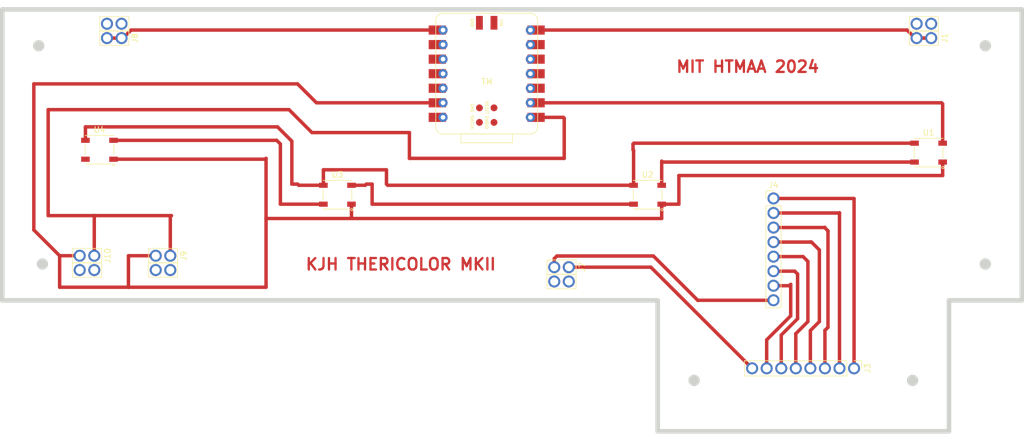
<source format=kicad_pcb>
(kicad_pcb (version 20240108) (generator "pcbnew") (generator_version "8.0")
  (layers (0 "F.Cu" signal) (31 "B.Cu" signal) (34 "B.Paste" user) (35 "F.Paste" user) (36 "B.SilkS" user "B.Silkscreen") (37 "F.SilkS" user "F.Silkscreen") (38 "B.Mask" user) (39 "F.Mask" user) (44 "Edge.Cuts" user))
  (net 0 "")
  (net 1 "GND")
  (net 2 "PWR")
  (net 3 "ANT")
  (net 4 "Net-(J3-Pin_6)")
  (net 5 "Net-(J3-Pin_7)")
  (net 6 "GND - IN")
  (net 7 "5V")
  (net 8 "Net-(J3-Pin_1)")
  (net 9 "Net-(J3-Pin_2)")
  (net 10 "Net-(J3-Pin_5)")
  (net 11 "D1")
  (net 12 "Net-(J3-Pin_4)")
  (net 13 "Net-(J3-Pin_3)")
  (net 14 "GND - OUT")
  (net 15 "LOOP")
  (net 16 "DAC")
  (net 23 "Net-(U1-DOUT)")
  (net 24 "Net-(U2-DOUT)")
  (net 25 "Net-(U3-DOUT)")
  (net 26 "DOUT")
  (footprint "fab:PinHeader_1x02_P2.54mm_Vertical_THT_D1.4mm" (layer "F.Cu") (at 86.04 109.5 -90)
    (property "Reference" "J7" (hide yes))
    (property "Value" "Power Switch" (hide yes))
    (fp_line (start -1.27 3.81) (end 1.27 3.81) (stroke (width 0.12)) (layer "F.SilkS"))
    (fp_line (start -1.27 -1.27) (end -1.27 3.81) (stroke (width 0.12)) (layer "F.SilkS"))
    (fp_line (start -1.27 -1.27) (end 1.27 -1.27) (stroke (width 0.12)) (layer "F.SilkS"))
    (fp_line (start 1.27 -1.27) (end 1.27 3.81) (stroke (width 0.12)) (layer "F.SilkS"))
    (pad "1" thru_hole circle (at 0 0 270) (size 2.1 2.1) (drill 1.4) (layers "*.Cu" "*.Mask"))
    (pad "2" thru_hole circle (at 0 2.54 270) (size 2.1 2.1) (drill 1.4) (layers "*.Cu" "*.Mask"))
  )
  (footprint "fab:PinHeader_1x02_P2.54mm_Vertical_THT_D1.4mm" (layer "F.Cu") (at 232 66.5 -90)
    (property "Reference" "J1" (hide yes))
    (property "Value" "Antenna Terminal" (hide yes))
    (fp_line (start -1.27 3.81) (end 1.27 3.81) (stroke (width 0.12)) (layer "F.SilkS"))
    (fp_line (start -1.27 -1.27) (end -1.27 3.81) (stroke (width 0.12)) (layer "F.SilkS"))
    (fp_line (start -1.27 -1.27) (end 1.27 -1.27) (stroke (width 0.12)) (layer "F.SilkS"))
    (fp_line (start 1.27 -1.27) (end 1.27 3.81) (stroke (width 0.12)) (layer "F.SilkS"))
    (pad "1" thru_hole circle (at 0 0 270) (size 2.1 2.1) (drill 1.4) (layers "*.Cu" "*.Mask"))
    (pad "2" thru_hole circle (at 0 2.54 270) (size 2.1 2.1) (drill 1.4) (layers "*.Cu" "*.Mask"))
  )
  (footprint "fab:LED_ADDR_Worldsemi_WS2812B" (layer "F.Cu") (at 231.55 89)
    (property "Reference" "U1" (at 0 -3.5 0) (layer "F.SilkS"))
    (property "Value" "LED_ADDR_Worldsemi_WS2812B" (hide yes))
    (fp_line (start -2.5 -0.9) (end -2.5 0.9) (stroke (width 0.12)) (layer "F.SilkS"))
    (fp_line (start -2.5 2.5) (end 2 2.5) (stroke (width 0.12)) (layer "F.SilkS"))
    (fp_line (start 2.5 -2.5) (end -2.5 -2.5) (stroke (width 0.12)) (layer "F.SilkS"))
    (fp_line (start 2.5 -0.9) (end 2.5 0.9) (stroke (width 0.12)) (layer "F.SilkS"))
    (fp_circle (center 2.5 2.6) (end 2.7 2.6) (stroke (width 0.12)) (fill none) (layer "F.SilkS"))
    (pad "1" smd rect (at -2.45 -1.65) (size 1.5 0.9) (layers "F.Cu" "F.Paste" "F.Mask") (net 7 "5V"))
    (pad "2" smd rect (at -2.45 1.65) (size 1.5 0.9) (layers "F.Cu" "F.Paste" "F.Mask") (net 23 "Net-(U1-DOUT)"))
    (pad "3" smd rect (at 2.45 1.65) (size 1.5 0.9) (layers "F.Cu" "F.Paste" "F.Mask") (net 1 "GND"))
    (pad "4" smd rect (at 2.45 -1.65) (size 1.5 0.9) (layers "F.Cu" "F.Paste" "F.Mask") (net 11 "D1"))
  )
  (footprint "fab:PinHeader_1x02_P2.54mm_Vertical_THT_D1.4mm" (layer "F.Cu") (at 168.8 109 -90)
    (property "Reference" "J7" (at 0 -2.33 90) (layer "F.SilkS"))
    (property "Value" "Power Switch")
    (fp_line (start -1.27 3.81) (end 1.27 3.81) (stroke (width 0.12)) (layer "F.SilkS"))
    (fp_line (start -1.27 -1.27) (end -1.27 3.81) (stroke (width 0.12)) (layer "F.SilkS"))
    (fp_line (start -1.27 -1.27) (end 1.27 -1.27) (stroke (width 0.12)) (layer "F.SilkS"))
    (fp_line (start 1.27 -1.27) (end 1.27 3.81) (stroke (width 0.12)) (layer "F.SilkS"))
    (pad "1" thru_hole circle (at 0 0 270) (size 2.1 2.1) (drill 1.4) (layers "*.Cu" "*.Mask") (net 6 "GND - IN"))
    (pad "2" thru_hole circle (at 0 2.54 270) (size 2.1 2.1) (drill 1.4) (layers "*.Cu" "*.Mask") (net 14 "GND - OUT"))
  )
  (footprint "fab:PinHeader_1x08_P2.54mm_Vertical_THT_D1.4mm" (layer "F.Cu") (at 204.5 97)
    (property "Reference" "J4" (at 0 -2.33 0) (layer "F.SilkS"))
    (property "Value" "USB-C Internal to Board Interface")
    (fp_line (start -1.33 -1.33) (end 0 -1.33) (stroke (width 0.12)) (layer "F.SilkS"))
    (fp_line (start -1.33 0) (end -1.33 -1.33) (stroke (width 0.12)) (layer "F.SilkS"))
    (fp_line (start -1.33 1.27) (end -1.33 19.11) (stroke (width 0.12)) (layer "F.SilkS"))
    (fp_line (start -1.33 1.27) (end 1.33 1.27) (stroke (width 0.12)) (layer "F.SilkS"))
    (fp_line (start -1.33 19.11) (end 1.33 19.11) (stroke (width 0.12)) (layer "F.SilkS"))
    (fp_line (start 1.33 1.27) (end 1.33 19.11) (stroke (width 0.12)) (layer "F.SilkS"))
    (pad "1" thru_hole circle (at 0 0) (size 2.1 2.1) (drill 1.4) (layers "*.Cu" "*.Mask") (net 8 "Net-(J3-Pin_1)"))
    (pad "2" thru_hole circle (at 0 2.54) (size 2.1 2.1) (drill 1.4) (layers "*.Cu" "*.Mask") (net 9 "Net-(J3-Pin_2)"))
    (pad "3" thru_hole circle (at 0 5.08) (size 2.1 2.1) (drill 1.4) (layers "*.Cu" "*.Mask") (net 13 "Net-(J3-Pin_3)"))
    (pad "4" thru_hole circle (at 0 7.62) (size 2.1 2.1) (drill 1.4) (layers "*.Cu" "*.Mask") (net 12 "Net-(J3-Pin_4)"))
    (pad "5" thru_hole circle (at 0 10.16) (size 2.1 2.1) (drill 1.4) (layers "*.Cu" "*.Mask") (net 10 "Net-(J3-Pin_5)"))
    (pad "6" thru_hole circle (at 0 12.7) (size 2.1 2.1) (drill 1.4) (layers "*.Cu" "*.Mask") (net 4 "Net-(J3-Pin_6)"))
    (pad "7" thru_hole circle (at 0 15.24) (size 2.1 2.1) (drill 1.4) (layers "*.Cu" "*.Mask") (net 5 "Net-(J3-Pin_7)"))
    (pad "8" thru_hole circle (at 0 17.78) (size 2.1 2.1) (drill 1.4) (layers "*.Cu" "*.Mask") (net 14 "GND - OUT"))
  )
  (footprint "fab:PinHeader_1x02_P2.54mm_Vertical_THT_D1.4mm" (layer "F.Cu") (at 168.8 111.5 -90)
    (property "Reference" "J7" (hide yes))
    (property "Value" "Power Switch" (hide yes))
    (fp_line (start -1.27 3.81) (end 1.27 3.81) (stroke (width 0.12)) (layer "F.SilkS"))
    (fp_line (start -1.27 -1.27) (end -1.27 3.81) (stroke (width 0.12)) (layer "F.SilkS"))
    (fp_line (start -1.27 -1.27) (end 1.27 -1.27) (stroke (width 0.12)) (layer "F.SilkS"))
    (fp_line (start 1.27 -1.27) (end 1.27 3.81) (stroke (width 0.12)) (layer "F.SilkS"))
    (pad "1" thru_hole circle (at 0 0 270) (size 2.1 2.1) (drill 1.4) (layers "*.Cu" "*.Mask"))
    (pad "2" thru_hole circle (at 0 2.54 270) (size 2.1 2.1) (drill 1.4) (layers "*.Cu" "*.Mask"))
  )
  (footprint "fab:LED_ADDR_Worldsemi_WS2812B" (layer "F.Cu") (at 182.55 96.35)
    (property "Reference" "U2" (at 0 -3.5 0) (layer "F.SilkS"))
    (property "Value" "LED_ADDR_Worldsemi_WS2812B" (hide yes))
    (fp_line (start -2.5 -0.9) (end -2.5 0.9) (stroke (width 0.12)) (layer "F.SilkS"))
    (fp_line (start -2.5 2.5) (end 2 2.5) (stroke (width 0.12)) (layer "F.SilkS"))
    (fp_line (start 2.5 -2.5) (end -2.5 -2.5) (stroke (width 0.12)) (layer "F.SilkS"))
    (fp_line (start 2.5 -0.9) (end 2.5 0.9) (stroke (width 0.12)) (layer "F.SilkS"))
    (fp_circle (center 2.5 2.6) (end 2.7 2.6) (stroke (width 0.12)) (fill none) (layer "F.SilkS"))
    (pad "1" smd rect (at -2.45 -1.65) (size 1.5 0.9) (layers "F.Cu" "F.Paste" "F.Mask") (net 2 "PWR"))
    (pad "2" smd rect (at -2.45 1.65) (size 1.5 0.9) (layers "F.Cu" "F.Paste" "F.Mask") (net 24 "Net-(U2-DOUT)"))
    (pad "3" smd rect (at 2.45 1.65) (size 1.5 0.9) (layers "F.Cu" "F.Paste" "F.Mask") (net 1 "GND"))
    (pad "4" smd rect (at 2.45 -1.65) (size 1.5 0.9) (layers "F.Cu" "F.Paste" "F.Mask") (net 23 "Net-(U1-DOUT)"))
  )
  (footprint "fab:PinHeader_1x02_P2.54mm_Vertical_THT_D1.4mm" (layer "F.Cu") (at 90.8 69 -90)
    (property "Reference" "J8" (at 0 -2.33 90) (layer "F.SilkS"))
    (property "Value" "Loop Terminal")
    (fp_line (start -1.27 3.81) (end 1.27 3.81) (stroke (width 0.12)) (layer "F.SilkS"))
    (fp_line (start -1.27 -1.27) (end -1.27 3.81) (stroke (width 0.12)) (layer "F.SilkS"))
    (fp_line (start -1.27 -1.27) (end 1.27 -1.27) (stroke (width 0.12)) (layer "F.SilkS"))
    (fp_line (start 1.27 -1.27) (end 1.27 3.81) (stroke (width 0.12)) (layer "F.SilkS"))
    (pad "1" thru_hole circle (at 0 0 270) (size 2.1 2.1) (drill 1.4) (layers "*.Cu" "*.Mask") (net 15 "LOOP"))
    (pad "2" thru_hole circle (at 0 2.54 270) (size 2.1 2.1) (drill 1.4) (layers "*.Cu" "*.Mask") (net 15 "LOOP"))
  )
  (footprint "fab:LED_ADDR_Worldsemi_WS2812B" (layer "F.Cu") (at 128.45 96.35)
    (property "Reference" "U3" (at 0 -3.5 0) (layer "F.SilkS"))
    (property "Value" "LED_ADDR_Worldsemi_WS2812B" (hide yes))
    (fp_line (start -2.5 -0.9) (end -2.5 0.9) (stroke (width 0.12)) (layer "F.SilkS"))
    (fp_line (start -2.5 2.5) (end 2 2.5) (stroke (width 0.12)) (layer "F.SilkS"))
    (fp_line (start 2.5 -2.5) (end -2.5 -2.5) (stroke (width 0.12)) (layer "F.SilkS"))
    (fp_line (start 2.5 -0.9) (end 2.5 0.9) (stroke (width 0.12)) (layer "F.SilkS"))
    (fp_circle (center 2.5 2.6) (end 2.7 2.6) (stroke (width 0.12)) (fill none) (layer "F.SilkS"))
    (pad "1" smd rect (at -2.45 -1.65) (size 1.5 0.9) (layers "F.Cu" "F.Paste" "F.Mask") (net 2 "PWR"))
    (pad "2" smd rect (at -2.45 1.65) (size 1.5 0.9) (layers "F.Cu" "F.Paste" "F.Mask") (net 25 "Net-(U3-DOUT)"))
    (pad "3" smd rect (at 2.45 1.65) (size 1.5 0.9) (layers "F.Cu" "F.Paste" "F.Mask") (net 1 "GND"))
    (pad "4" smd rect (at 2.45 -1.65) (size 1.5 0.9) (layers "F.Cu" "F.Paste" "F.Mask") (net 24 "Net-(U2-DOUT)"))
  )
  (footprint "fab:LED_ADDR_Worldsemi_WS2812B" (layer "F.Cu") (at 86.95 88.5)
    (property "Reference" "U4" (at 0 -3.5 0) (layer "F.SilkS"))
    (property "Value" "LED_ADDR_Worldsemi_WS2812B")
    (fp_line (start -2.5 -0.9) (end -2.5 0.9) (stroke (width 0.12)) (layer "F.SilkS"))
    (fp_line (start -2.5 2.5) (end 2 2.5) (stroke (width 0.12)) (layer "F.SilkS"))
    (fp_line (start 2.5 -2.5) (end -2.5 -2.5) (stroke (width 0.12)) (layer "F.SilkS"))
    (fp_line (start 2.5 -0.9) (end 2.5 0.9) (stroke (width 0.12)) (layer "F.SilkS"))
    (fp_circle (center 2.5 2.6) (end 2.7 2.6) (stroke (width 0.12)) (fill none) (layer "F.SilkS"))
    (pad "1" smd rect (at -2.45 -1.65) (size 1.5 0.9) (layers "F.Cu" "F.Paste" "F.Mask") (net 2 "PWR"))
    (pad "2" smd rect (at -2.45 1.65) (size 1.5 0.9) (layers "F.Cu" "F.Paste" "F.Mask") (net 26 "DOUT"))
    (pad "3" smd rect (at 2.45 1.65) (size 1.5 0.9) (layers "F.Cu" "F.Paste" "F.Mask") (net 1 "GND"))
    (pad "4" smd rect (at 2.45 -1.65) (size 1.5 0.9) (layers "F.Cu" "F.Paste" "F.Mask") (net 25 "Net-(U3-DOUT)"))
  )
  (footprint "fab:PinHeader_1x02_P2.54mm_Vertical_THT_D1.4mm" (layer "F.Cu") (at 99.3 109.5 -90)
    (property "Reference" "J7" (hide yes))
    (property "Value" "Power Switch" (hide yes))
    (fp_line (start -1.27 3.81) (end 1.27 3.81) (stroke (width 0.12)) (layer "F.SilkS"))
    (fp_line (start -1.27 -1.27) (end -1.27 3.81) (stroke (width 0.12)) (layer "F.SilkS"))
    (fp_line (start -1.27 -1.27) (end 1.27 -1.27) (stroke (width 0.12)) (layer "F.SilkS"))
    (fp_line (start 1.27 -1.27) (end 1.27 3.81) (stroke (width 0.12)) (layer "F.SilkS"))
    (pad "1" thru_hole circle (at 0 0 270) (size 2.1 2.1) (drill 1.4) (layers "*.Cu" "*.Mask"))
    (pad "2" thru_hole circle (at 0 2.54 270) (size 2.1 2.1) (drill 1.4) (layers "*.Cu" "*.Mask"))
  )
  (footprint "fab:SeeedStudio_XIAO_RP2040" (layer "F.Cu") (at 154.485 75.22 180)
    (property "Reference" "M1" (at 0 -1.27 180) (layer "F.SilkS"))
    (property "Value" "Module_XIAO-RP2040 - ACTUAL XIAO SAMD21!")
    (fp_line (start 8.8925 -9.261) (end 8.8925 9.281) (stroke (width 0.12)) (layer "F.SilkS"))
    (fp_line (start 7.6225 10.551) (end -7.6175 10.551) (stroke (width 0.12)) (layer "F.SilkS"))
    (fp_line (start -7.6175 -10.531) (end 7.6225 -10.531) (stroke (width 0.12)) (layer "F.SilkS"))
    (fp_line (start -8.8875 9.281) (end -8.8875 -9.261) (stroke (width 0.12)) (layer "F.SilkS"))
    (fp_rect (start -4.4975 -10.531) (end 4.5025 -12.055) (stroke (width 0.12)) (fill none) (layer "F.SilkS"))
    (fp_arc (start 8.8925 9.281) (mid 8.520526 10.179026) (end 7.6225 10.551) (stroke (width 0.12)) (layer "F.SilkS"))
    (fp_arc (start 7.6225 -10.531) (mid 8.520526 -10.159026) (end 8.8925 -9.261) (stroke (width 0.12)) (layer "F.SilkS"))
    (fp_arc (start -7.6175 10.551) (mid -8.515526 10.179026) (end -8.8875 9.281) (stroke (width 0.12)) (layer "F.SilkS"))
    (fp_arc (start -8.8875 -9.261) (mid -8.515526 -10.159026) (end -7.6175 -10.531) (stroke (width 0.12)) (layer "F.SilkS"))
    (fp_text user "RESET" (at 0 -5.96 -90) (layer "F.SilkS") (effects (font (size 0.5 0.5) (thickness 0.1) (bold yes))))
    (fp_text user "SWCLK" (at 2.54 -8.5 -90) (layer "F.SilkS") (effects (font (size 0.5 0.5) (thickness 0.1) (bold yes))))
    (fp_text user "GND" (at 2.545 8.89 -90) (layer "F.SilkS") (effects (font (size 0.5 0.5) (thickness 0.1) (bold yes))))
    (fp_text user "GND" (at 2.54 -5.96 -90) (layer "F.SilkS") (effects (font (size 0.5 0.5) (thickness 0.1) (bold yes))))
    (fp_text user "VIN" (at -2.535 8.89 -90) (layer "F.SilkS") (effects (font (size 0.5 0.5) (thickness 0.1) (bold yes))))
    (fp_text user "SWDIO" (at 0 -8.5 -90) (layer "F.SilkS") (effects (font (size 0.5 0.5) (thickness 0.1) (bold yes))))
    (pad "1" thru_hole circle (at -7.615 -7.62 180) (size 1.6 1.6) (drill 0.8) (layers "*.Cu" "*.Mask") (net 16 "DAC"))
    (pad "1" smd rect (at -7.615 -7.62 180) (size 3 1.6) (drill (offset -1 0)) (layers "F.Cu" "F.Paste" "F.Mask") (net 16 "DAC"))
    (pad "2" thru_hole circle (at -7.615 -5.08 180) (size 1.6 1.6) (drill 0.8) (layers "*.Cu" "*.Mask") (net 11 "D1"))
    (pad "2" smd rect (at -7.615 -5.08 180) (size 3 1.6) (drill (offset -1 0)) (layers "F.Cu" "F.Paste" "F.Mask") (net 11 "D1"))
    (pad "3" thru_hole circle (at -7.615 -2.54 180) (size 1.6 1.6) (drill 0.8) (layers "*.Cu" "*.Mask"))
    (pad "3" smd rect (at -7.615 -2.54 180) (size 3 1.6) (drill (offset -1 0)) (layers "F.Cu" "F.Paste" "F.Mask"))
    (pad "4" thru_hole circle (at -7.615 0 180) (size 1.6 1.6) (drill 0.8) (layers "*.Cu" "*.Mask"))
    (pad "4" smd rect (at -7.615 0 180) (size 3 1.6) (drill (offset -1 0)) (layers "F.Cu" "F.Paste" "F.Mask"))
    (pad "5" thru_hole circle (at -7.615 2.54 180) (size 1.6 1.6) (drill 0.8) (layers "*.Cu" "*.Mask"))
    (pad "5" smd rect (at -7.615 2.54 180) (size 3 1.6) (drill (offset -1 0)) (layers "F.Cu" "F.Paste" "F.Mask"))
    (pad "6" thru_hole circle (at -7.615 5.08 180) (size 1.6 1.6) (drill 0.8) (layers "*.Cu" "*.Mask"))
    (pad "6" smd rect (at -7.615 5.08 180) (size 3 1.6) (drill (offset -1 0)) (layers "F.Cu" "F.Paste" "F.Mask"))
    (pad "7" thru_hole circle (at -7.615 7.62 180) (size 1.6 1.6) (drill 0.8) (layers "*.Cu" "*.Mask") (net 3 "ANT"))
    (pad "7" smd rect (at -7.615 7.62 180) (size 3 1.6) (drill (offset -1 0)) (layers "F.Cu" "F.Paste" "F.Mask") (net 3 "ANT"))
    (pad "8" thru_hole circle (at 7.62 7.62 180) (size 1.6 1.6) (drill 0.8) (layers "*.Cu" "*.Mask") (net 15 "LOOP"))
    (pad "8" smd rect (at 7.62 7.62 180) (size 3 1.6) (drill (offset 1 0)) (layers "F.Cu" "F.Paste" "F.Mask") (net 15 "LOOP"))
    (pad "9" thru_hole circle (at 7.62 5.08 180) (size 1.6 1.6) (drill 0.8) (layers "*.Cu" "*.Mask"))
    (pad "9" smd rect (at 7.62 5.08 180) (size 3 1.6) (drill (offset 1 0)) (layers "F.Cu" "F.Paste" "F.Mask"))
    (pad "10" thru_hole circle (at 7.62 2.54 180) (size 1.6 1.6) (drill 0.8) (layers "*.Cu" "*.Mask"))
    (pad "10" smd rect (at 7.62 2.54 180) (size 3 1.6) (drill (offset 1 0)) (layers "F.Cu" "F.Paste" "F.Mask"))
    (pad "11" thru_hole circle (at 7.62 0 180) (size 1.6 1.6) (drill 0.8) (layers "*.Cu" "*.Mask"))
    (pad "11" smd rect (at 7.62 0 180) (size 3 1.6) (drill (offset 1 0)) (layers "F.Cu" "F.Paste" "F.Mask"))
    (pad "12" thru_hole circle (at 7.62 -2.54 180) (size 1.6 1.6) (drill 0.8) (layers "*.Cu" "*.Mask"))
    (pad "12" smd rect (at 7.62 -2.54 180) (size 3 1.6) (drill (offset 1 0)) (layers "F.Cu" "F.Paste" "F.Mask"))
    (pad "13" thru_hole circle (at 7.62 -5.08 180) (size 1.6 1.6) (drill 0.8) (layers "*.Cu" "*.Mask") (net 1 "GND"))
    (pad "13" smd rect (at 7.62 -5.08 180) (size 3 1.6) (drill (offset 1 0)) (layers "F.Cu" "F.Paste" "F.Mask") (net 1 "GND"))
    (pad "14" thru_hole circle (at 7.62 -7.62 180) (size 1.6 1.6) (drill 0.8) (layers "*.Cu" "*.Mask") (net 7 "5V"))
    (pad "14" smd rect (at 7.62 -7.62 180) (size 3 1.6) (drill (offset 1 0)) (layers "F.Cu" "F.Paste" "F.Mask") (net 7 "5V"))
    (pad "15" smd rect (at 1.275 8.89 90) (size 2.4 1.2) (layers "F.Cu" "F.Paste" "F.Mask"))
    (pad "16" smd rect (at -1.265 8.89 90) (size 2.4 1.2) (layers "F.Cu" "F.Paste" "F.Mask"))
    (pad "17" smd circle (at -1.27 -8.5 180) (size 1.2 1.2) (layers "F.Cu" "F.Paste" "F.Mask"))
    (pad "18" smd circle (at -1.27 -5.96 180) (size 1.2 1.2) (layers "F.Cu" "F.Paste" "F.Mask"))
    (pad "19" smd circle (at 1.27 -5.96 180) (size 1.2 1.2) (layers "F.Cu" "F.Paste" "F.Mask"))
    (pad "20" smd circle (at 1.27 -8.5 180) (size 1.2 1.2) (layers "F.Cu" "F.Paste" "F.Mask"))
  )
  (footprint "fab:PinHeader_1x08_P2.54mm_Vertical_THT_D1.4mm" (layer "F.Cu") (at 218.55 126.66 -90)
    (property "Reference" "J3" (at 0 -2.33 90) (layer "F.SilkS"))
    (property "Value" "USB-C Terminal Outer Interface")
    (fp_line (start -1.33 19.11) (end 1.33 19.11) (stroke (width 0.12)) (layer "F.SilkS"))
    (fp_line (start -1.33 1.27) (end -1.33 19.11) (stroke (width 0.12)) (layer "F.SilkS"))
    (fp_line (start -1.33 1.27) (end 1.33 1.27) (stroke (width 0.12)) (layer "F.SilkS"))
    (fp_line (start 1.33 1.27) (end 1.33 19.11) (stroke (width 0.12)) (layer "F.SilkS"))
    (fp_line (start -1.33 0) (end -1.33 -1.33) (stroke (width 0.12)) (layer "F.SilkS"))
    (fp_line (start -1.33 -1.33) (end 0 -1.33) (stroke (width 0.12)) (layer "F.SilkS"))
    (pad "1" thru_hole circle (at 0 0 270) (size 2.1 2.1) (drill 1.4) (layers "*.Cu" "*.Mask") (net 8 "Net-(J3-Pin_1)"))
    (pad "2" thru_hole circle (at 0 2.54 270) (size 2.1 2.1) (drill 1.4) (layers "*.Cu" "*.Mask") (net 9 "Net-(J3-Pin_2)"))
    (pad "3" thru_hole circle (at 0 5.08 270) (size 2.1 2.1) (drill 1.4) (layers "*.Cu" "*.Mask") (net 13 "Net-(J3-Pin_3)"))
    (pad "4" thru_hole circle (at 0 7.62 270) (size 2.1 2.1) (drill 1.4) (layers "*.Cu" "*.Mask") (net 12 "Net-(J3-Pin_4)"))
    (pad "5" thru_hole circle (at 0 10.16 270) (size 2.1 2.1) (drill 1.4) (layers "*.Cu" "*.Mask") (net 10 "Net-(J3-Pin_5)"))
    (pad "6" thru_hole circle (at 0 12.7 270) (size 2.1 2.1) (drill 1.4) (layers "*.Cu" "*.Mask") (net 4 "Net-(J3-Pin_6)"))
    (pad "7" thru_hole circle (at 0 15.24 270) (size 2.1 2.1) (drill 1.4) (layers "*.Cu" "*.Mask") (net 5 "Net-(J3-Pin_7)"))
    (pad "8" thru_hole circle (at 0 17.78 270) (size 2.1 2.1) (drill 1.4) (layers "*.Cu" "*.Mask") (net 6 "GND - IN"))
  )
  (footprint "fab:PinHeader_1x02_P2.54mm_Vertical_THT_D1.4mm" (layer "F.Cu") (at 86.04 107 -90)
    (property "Reference" "J10" (at 0 -2.33 90) (layer "F.SilkS"))
    (property "Value" "0.25 Audio Jack")
    (fp_line (start -1.27 3.81) (end 1.27 3.81) (stroke (width 0.12)) (layer "F.SilkS"))
    (fp_line (start -1.27 -1.27) (end -1.27 3.81) (stroke (width 0.12)) (layer "F.SilkS"))
    (fp_line (start -1.27 -1.27) (end 1.27 -1.27) (stroke (width 0.12)) (layer "F.SilkS"))
    (fp_line (start 1.27 -1.27) (end 1.27 3.81) (stroke (width 0.12)) (layer "F.SilkS"))
    (pad "1" thru_hole circle (at 0 0 270) (size 2.1 2.1) (drill 1.4) (layers "*.Cu" "*.Mask") (net 16 "DAC"))
    (pad "2" thru_hole circle (at 0 2.54 270) (size 2.1 2.1) (drill 1.4) (layers "*.Cu" "*.Mask") (net 1 "GND"))
  )
  (footprint "fab:PinHeader_1x02_P2.54mm_Vertical_THT_D1.4mm" (layer "F.Cu") (at 99.3 107 -90)
    (property "Reference" "J9" (at 0 -2.33 90) (layer "F.SilkS"))
    (property "Value" "3.5mm Audio Jack")
    (fp_line (start -1.27 3.81) (end 1.27 3.81) (stroke (width 0.12)) (layer "F.SilkS"))
    (fp_line (start -1.27 -1.27) (end -1.27 3.81) (stroke (width 0.12)) (layer "F.SilkS"))
    (fp_line (start -1.27 -1.27) (end 1.27 -1.27) (stroke (width 0.12)) (layer "F.SilkS"))
    (fp_line (start 1.27 -1.27) (end 1.27 3.81) (stroke (width 0.12)) (layer "F.SilkS"))
    (pad "1" thru_hole circle (at 0 0 270) (size 2.1 2.1) (drill 1.4) (layers "*.Cu" "*.Mask") (net 16 "DAC"))
    (pad "2" thru_hole circle (at 0 2.54 270) (size 2.1 2.1) (drill 1.4) (layers "*.Cu" "*.Mask") (net 1 "GND"))
  )
  (footprint "fab:PinHeader_1x02_P2.54mm_Vertical_THT_D1.4mm" (layer "F.Cu") (at 90.8 66.5 -90)
    (property "Reference" "J1" (hide yes))
    (property "Value" "Antenna Terminal" (hide yes))
    (fp_line (start -1.27 3.81) (end 1.27 3.81) (stroke (width 0.12)) (layer "F.SilkS"))
    (fp_line (start -1.27 -1.27) (end -1.27 3.81) (stroke (width 0.12)) (layer "F.SilkS"))
    (fp_line (start -1.27 -1.27) (end 1.27 -1.27) (stroke (width 0.12)) (layer "F.SilkS"))
    (fp_line (start 1.27 -1.27) (end 1.27 3.81) (stroke (width 0.12)) (layer "F.SilkS"))
    (pad "1" thru_hole circle (at 0 0 270) (size 2.1 2.1) (drill 1.4) (layers "*.Cu" "*.Mask"))
    (pad "2" thru_hole circle (at 0 2.54 270) (size 2.1 2.1) (drill 1.4) (layers "*.Cu" "*.Mask"))
  )
  (footprint "fab:PinHeader_1x02_P2.54mm_Vertical_THT_D1.4mm" (layer "F.Cu") (at 232 69 -90)
    (property "Reference" "J1" (at 0 -2.33 90) (layer "F.SilkS"))
    (property "Value" "Antenna Terminal")
    (fp_line (start -1.27 3.81) (end 1.27 3.81) (stroke (width 0.12)) (layer "F.SilkS"))
    (fp_line (start -1.27 -1.27) (end -1.27 3.81) (stroke (width 0.12)) (layer "F.SilkS"))
    (fp_line (start -1.27 -1.27) (end 1.27 -1.27) (stroke (width 0.12)) (layer "F.SilkS"))
    (fp_line (start 1.27 -1.27) (end 1.27 3.81) (stroke (width 0.12)) (layer "F.SilkS"))
    (pad "1" thru_hole circle (at 0 0 270) (size 2.1 2.1) (drill 1.4) (layers "*.Cu" "*.Mask") (net 3 "ANT"))
    (pad "2" thru_hole circle (at 0 2.54 270) (size 2.1 2.1) (drill 1.4) (layers "*.Cu" "*.Mask") (net 3 "ANT"))
  )
  (gr_circle (center 76.35 70.35) (end 77.35 70.35) (fill solid) (layer "Edge.Cuts"))
  (gr_line (start 70 64) (end 70 114.8) (stroke (width 0.8)) (layer "Edge.Cuts"))
  (gr_line (start 70 64) (end 247.8 64) (stroke (width 0.8)) (layer "Edge.Cuts"))
  (gr_line (start 247.8 64) (end 247.8 114.8) (stroke (width 0.8)) (layer "Edge.Cuts"))
  (gr_line (start 184.3 137.66) (end 184.3 114.8) (stroke (width 0.8)) (layer "Edge.Cuts"))
  (gr_line (start 235.1 114.8) (end 247.8 114.8) (stroke (width 0.8)) (layer "Edge.Cuts"))
  (gr_line (start 235.1 137.66) (end 184.3 137.66) (stroke (width 0.8)) (layer "Edge.Cuts"))
  (gr_circle (center 241.45 108.45) (end 242.45 108.45) (fill solid) (layer "Edge.Cuts"))
  (gr_circle (center 77 108.45) (end 78 108.45) (fill solid) (layer "Edge.Cuts"))
  (gr_circle (center 190.65 128.77) (end 191.65 128.77) (fill solid) (layer "Edge.Cuts"))
  (gr_line (start 70 114.8) (end 184.3 114.8) (stroke (width 0.8)) (layer "Edge.Cuts"))
  (gr_circle (center 228.75 128.77) (end 229.75 128.77) (fill solid) (layer "Edge.Cuts"))
  (gr_circle (center 241.45 70.35) (end 242.45 70.35) (fill solid) (layer "Edge.Cuts"))
  (gr_line (start 235.1 137.66) (end 235.1 114.8) (stroke (width 0.8)) (layer "Edge.Cuts"))
  (gr_text "MIT HTMAA 2024" (at 200 74 0) (layer "F.Cu") (effects (font (size 2 2) (thickness 0.4) (bold yes))))
  (gr_text "KJH THERICOLOR MKII" (at 139.5 108.5 0) (layer "F.Cu") (effects (font (size 2 2) (thickness 0.4) (bold yes))))
  (segment (start 124.8 80.3) (end 121.5 77) (width 0.6) (layer "F.Cu") (net 1))
  (segment (start 75.5 77) (end 75.5 102.5) (width 0.6) (layer "F.Cu") (net 1))
  (segment (start 185 98) (end 188 98) (width 0.6) (layer "F.Cu") (net 1))
  (segment (start 116 112.5) (end 116 100.5) (width 0.6) (layer "F.Cu") (net 1))
  (segment (start 188 93) (end 234 93) (width 0.6) (layer "F.Cu") (net 1))
  (segment (start 92 107) (end 92 112.5) (width 0.6) (layer "F.Cu") (net 1))
  (segment (start 116 100.5) (end 130.8 100.5) (width 0.6) (layer "F.Cu") (net 1))
  (segment (start 80 112.5) (end 80 107) (width 0.6) (layer "F.Cu") (net 1))
  (segment (start 130.8 100.5) (end 130.9 100.4) (width 0.6) (layer "F.Cu") (net 1))
  (segment (start 130.9 98) (end 130.9 100.4) (width 0.6) (layer "F.Cu") (net 1))
  (segment (start 146.865 80.3) (end 146.565 80) (width 0.6) (layer "F.Cu") (net 1))
  (segment (start 115.85 90.15) (end 116 90) (width 0.6) (layer "F.Cu") (net 1))
  (segment (start 96.76 107) (end 92 107) (width 0.6) (layer "F.Cu") (net 1))
  (segment (start 116 90) (end 116 100.5) (width 0.6) (layer "F.Cu") (net 1))
  (segment (start 185 100.5) (end 185 98) (width 0.6) (layer "F.Cu") (net 1))
  (segment (start 130.9 100.4) (end 131 100.5) (width 0.6) (layer "F.Cu") (net 1))
  (segment (start 80 107) (end 83.5 107) (width 0.6) (layer "F.Cu") (net 1))
  (segment (start 234 93) (end 234 90.65) (width 0.6) (layer "F.Cu") (net 1))
  (segment (start 146.865 80.3) (end 124.8 80.3) (width 0.6) (layer "F.Cu") (net 1))
  (segment (start 92 112.5) (end 80 112.5) (width 0.6) (layer "F.Cu") (net 1))
  (segment (start 188 98) (end 188 93) (width 0.6) (layer "F.Cu") (net 1))
  (segment (start 121.5 77) (end 75.5 77) (width 0.6) (layer "F.Cu") (net 1))
  (segment (start 75.5 102.5) (end 80 107) (width 0.6) (layer "F.Cu") (net 1))
  (segment (start 92 112.5) (end 116 112.5) (width 0.6) (layer "F.Cu") (net 1))
  (segment (start 131 100.5) (end 185 100.5) (width 0.6) (layer "F.Cu") (net 1))
  (segment (start 89.4 90.15) (end 115.85 90.15) (width 0.6) (layer "F.Cu") (net 1))
  (segment (start 121.5 94.5) (end 121.7 94.7) (width 0.6) (layer "F.Cu") (net 2))
  (segment (start 118 84.5) (end 120.5 87) (width 0.6) (layer "F.Cu") (net 2))
  (segment (start 229.1 87.35) (end 180.15 87.35) (width 0.6) (layer "F.Cu") (net 2))
  (segment (start 137 94.5) (end 137 92) (width 0.6) (layer "F.Cu") (net 2))
  (segment (start 180.1 94.7) (end 137.2 94.7) (width 0.6) (layer "F.Cu") (net 2))
  (segment (start 180 87.5) (end 180 88.5) (width 0.6) (layer "F.Cu") (net 2))
  (segment (start 84.5 84.5) (end 118 84.5) (width 0.6) (layer "F.Cu") (net 2))
  (segment (start 137 92) (end 126 92) (width 0.6) (layer "F.Cu") (net 2))
  (segment (start 180 88.5) (end 180.1 88.6) (width 0.6) (layer "F.Cu") (net 2))
  (segment (start 126 92) (end 126 94.7) (width 0.6) (layer "F.Cu") (net 2))
  (segment (start 121.7 94.7) (end 126 94.7) (width 0.6) (layer "F.Cu") (net 2))
  (segment (start 120.5 87) (end 120.5 94.5) (width 0.6) (layer "F.Cu") (net 2))
  (segment (start 120.5 94.5) (end 121.5 94.5) (width 0.6) (layer "F.Cu") (net 2))
  (segment (start 180.1 88.6) (end 180.1 94.7) (width 0.6) (layer "F.Cu") (net 2))
  (segment (start 84.5 86.85) (end 84.5 84.5) (width 0.6) (layer "F.Cu") (net 2))
  (segment (start 180.15 87.35) (end 180 87.5) (width 0.6) (layer "F.Cu") (net 2))
  (segment (start 137.2 94.7) (end 137 94.5) (width 0.6) (layer "F.Cu") (net 2))
  (segment (start 162.1 67.6) (end 227.802283 67.6) (width 0.6) (layer "F.Cu") (net 3))
  (segment (start 229.202283 69) (end 232 69) (width 0.6) (layer "F.Cu") (net 3))
  (segment (start 227.802283 67.6) (end 229.202283 69) (width 0.6) (layer "F.Cu") (net 3))
  (segment (start 205.85 120.847056) (end 208.7 117.997056) (width 0.6) (layer "F.Cu") (net 4))
  (segment (start 205.85 126.66) (end 205.85 120.847056) (width 0.6) (layer "F.Cu") (net 4))
  (segment (start 208.7 110.2) (end 208.2 109.7) (width 0.6) (layer "F.Cu") (net 4))
  (segment (start 208.7 117.997056) (end 208.7 110.2) (width 0.6) (layer "F.Cu") (net 4))
  (segment (start 208.2 109.7) (end 204.5 109.7) (width 0.6) (layer "F.Cu") (net 4))
  (segment (start 207.5 117.5) (end 207.5 112) (width 0.6) (layer "F.Cu") (net 5))
  (segment (start 207.5 112) (end 207.26 112.24) (width 0.6) (layer "F.Cu") (net 5))
  (segment (start 203.31 126.66) (end 203.31 121.69) (width 0.6) (layer "F.Cu") (net 5))
  (segment (start 203.31 121.69) (end 207.5 117.5) (width 0.6) (layer "F.Cu") (net 5))
  (segment (start 207.26 112.24) (end 204.5 112.24) (width 0.6) (layer "F.Cu") (net 5))
  (segment (start 200.77 126.66) (end 183.11 109) (width 0.6) (layer "F.Cu") (net 6))
  (segment (start 183.11 109) (end 168.8 109) (width 0.6) (layer "F.Cu") (net 6))
  (segment (start 218.55 126.66) (end 218.55 97.05) (width 0.6) (layer "F.Cu") (net 8))
  (segment (start 204.5 97) (end 218.5 97) (width 0.6) (layer "F.Cu") (net 8))
  (segment (start 218.5 97) (end 218.55 97.05) (width 0.6) (layer "F.Cu") (net 8))
  (segment (start 216 99.5) (end 215.96 99.54) (width 0.6) (layer "F.Cu") (net 9))
  (segment (start 216.01 99.59) (end 215.96 99.54) (width 0.6) (layer "F.Cu") (net 9))
  (segment (start 215.96 99.54) (end 204.5 99.54) (width 0.6) (layer "F.Cu") (net 9))
  (segment (start 216.01 99.51) (end 216 99.5) (width 0.6) (layer "F.Cu") (net 9))
  (segment (start 216.01 126.66) (end 216.01 99.59) (width 0.6) (layer "F.Cu") (net 9))
  (segment (start 210.5 118.5) (end 210.5 108) (width 0.6) (layer "F.Cu") (net 10))
  (segment (start 208.39 126.66) (end 208.39 120.61) (width 0.6) (layer "F.Cu") (net 10))
  (segment (start 208.39 120.61) (end 210.5 118.5) (width 0.6) (layer "F.Cu") (net 10))
  (segment (start 210.5 108) (end 209.66 107.16) (width 0.6) (layer "F.Cu") (net 10))
  (segment (start 209.66 107.16) (end 204.5 107.16) (width 0.6) (layer "F.Cu") (net 10))
  (segment (start 162.1 80.3) (end 233.8 80.3) (width 0.6) (layer "F.Cu") (net 11))
  (segment (start 233.8 80.3) (end 234 80.5) (width 0.6) (layer "F.Cu") (net 11))
  (segment (start 234 80.5) (end 234 87.35) (width 0.6) (layer "F.Cu") (net 11))
  (segment (start 211.12 104.62) (end 210.88 104.62) (width 0.6) (layer "F.Cu") (net 12))
  (segment (start 212.5 118.5) (end 212.5 106) (width 0.6) (layer "F.Cu") (net 12))
  (segment (start 212.5 106) (end 211.12 104.62) (width 0.6) (layer "F.Cu") (net 12))
  (segment (start 210.93 126.66) (end 210.93 120.07) (width 0.6) (layer "F.Cu") (net 12))
  (segment (start 210.88 104.62) (end 204.5 104.62) (width 0.6) (layer "F.Cu") (net 12))
  (segment (start 210.93 120.07) (end 212.5 118.5) (width 0.6) (layer "F.Cu") (net 12))
  (segment (start 210.93 104.57) (end 210.88 104.62) (width 0.6) (layer "F.Cu") (net 12))
  (segment (start 214 102.66) (end 213.42 102.08) (width 0.6) (layer "F.Cu") (net 13))
  (segment (start 213.42 102.08) (end 204.5 102.08) (width 0.6) (layer "F.Cu") (net 13))
  (segment (start 214 119.5) (end 214 102.66) (width 0.6) (layer "F.Cu") (net 13))
  (segment (start 213.47 102.03) (end 213.42 102.08) (width 0.6) (layer "F.Cu") (net 13))
  (segment (start 213.47 126.66) (end 213.47 120.03) (width 0.6) (layer "F.Cu") (net 13))
  (segment (start 213.47 120.03) (end 214 119.5) (width 0.6) (layer "F.Cu") (net 13))
  (segment (start 183.55 107.05) (end 191.3 114.8) (width 0.6) (layer "F.Cu") (net 14))
  (segment (start 191.32 114.78) (end 191.3 114.8) (width 0.6) (layer "F.Cu") (net 14))
  (segment (start 166.26 107.515076) (end 166.725076 107.05) (width 0.6) (layer "F.Cu") (net 14))
  (segment (start 204.5 114.78) (end 191.32 114.78) (width 0.6) (layer "F.Cu") (net 14))
  (segment (start 166.725076 107.05) (end 183.55 107.05) (width 0.6) (layer "F.Cu") (net 14))
  (segment (start 166.26 109) (end 166.26 107.515076) (width 0.6) (layer "F.Cu") (net 14))
  (segment (start 146.865 67.6) (end 92.457717 67.6) (width 0.6) (layer "F.Cu") (net 15))
  (segment (start 91.057717 69) (end 88.26 69) (width 0.6) (layer "F.Cu") (net 15))
  (segment (start 92.457717 67.6) (end 91.057717 69) (width 0.6) (layer "F.Cu") (net 15))
  (segment (start 86.04 107) (end 86.04 100.04) (width 0.6) (layer "F.Cu") (net 16))
  (segment (start 162.1 82.84) (end 167.84 82.84) (width 0.6) (layer "F.Cu") (net 16))
  (segment (start 124 85.5) (end 120 81.5) (width 0.6) (layer "F.Cu") (net 16))
  (segment (start 86 100) (end 99.5 100) (width 0.6) (layer "F.Cu") (net 16))
  (segment (start 141 90) (end 141 85.5) (width 0.6) (layer "F.Cu") (net 16))
  (segment (start 78 100) (end 86 100) (width 0.6) (layer "F.Cu") (net 16))
  (segment (start 168 90) (end 141 90) (width 0.6) (layer "F.Cu") (net 16))
  (segment (start 141 85.5) (end 124 85.5) (width 0.6) (layer "F.Cu") (net 16))
  (segment (start 99.5 100) (end 99.3 100.2) (width 0.6) (layer "F.Cu") (net 16))
  (segment (start 78 81.5) (end 78 100) (width 0.6) (layer "F.Cu") (net 16))
  (segment (start 120 81.5) (end 78 81.5) (width 0.6) (layer "F.Cu") (net 16))
  (segment (start 99.3 100.2) (end 99.3 107) (width 0.6) (layer "F.Cu") (net 16))
  (segment (start 168 83) (end 168 90) (width 0.6) (layer "F.Cu") (net 16))
  (segment (start 86.04 100.04) (end 86 100) (width 0.6) (layer "F.Cu") (net 16))
  (segment (start 167.84 82.84) (end 168 83) (width 0.6) (layer "F.Cu") (net 16))
  (segment (start 185.15 90.65) (end 185 90.5) (width 0.6) (layer "F.Cu") (net 23))
  (segment (start 229.1 90.65) (end 185.15 90.65) (width 0.6) (layer "F.Cu") (net 23))
  (segment (start 185 90.5) (end 185 94.7) (width 0.6) (layer "F.Cu") (net 23))
  (segment (start 134.5 98) (end 134.5 94.5) (width 0.6) (layer "F.Cu") (net 24))
  (segment (start 133.3 94.7) (end 130.9 94.7) (width 0.6) (layer "F.Cu") (net 24))
  (segment (start 133.5 94.5) (end 133.3 94.7) (width 0.6) (layer "F.Cu") (net 24))
  (segment (start 180.1 98) (end 134.5 98) (width 0.6) (layer "F.Cu") (net 24))
  (segment (start 134.5 94.5) (end 133.5 94.5) (width 0.6) (layer "F.Cu") (net 24))
  (segment (start 126 98) (end 118.5 98) (width 0.6) (layer "F.Cu") (net 25))
  (segment (start 118.5 98) (end 118.5 87.5) (width 0.6) (layer "F.Cu") (net 25))
  (segment (start 117.85 86.85) (end 89.4 86.85) (width 0.6) (layer "F.Cu") (net 25))
  (segment (start 118.5 87.5) (end 117.85 86.85) (width 0.6) (layer "F.Cu") (net 25))
)
</source>
